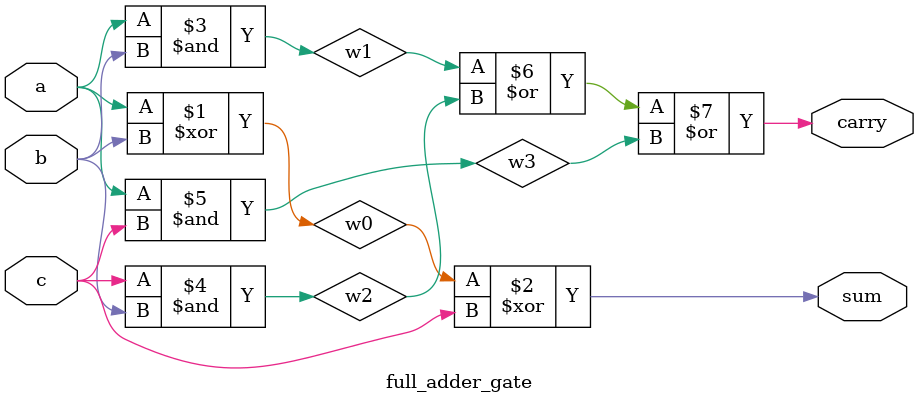
<source format=v>
module full_adder_gate(
    input a,
    input b,
    input c,
    output sum,
    output carry
    );
wire w0,w1,w2,w3;
	 
xor(w0,a,b);
xor(sum,w0,c);

and(w1,a,b);
and(w2,c,b);
and(w3,a,c);
or (carry,w1,w2,w3);

endmodule
</source>
